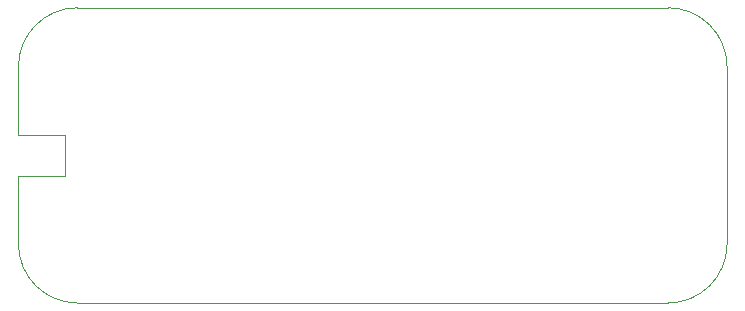
<source format=gko>
G04*
G04 #@! TF.GenerationSoftware,Altium Limited,Altium Designer,21.4.1 (30)*
G04*
G04 Layer_Color=16711935*
%FSLAX25Y25*%
%MOIN*%
G70*
G04*
G04 #@! TF.SameCoordinates,3DD515BA-ABF8-41DF-8C9C-53FC49308A7C*
G04*
G04*
G04 #@! TF.FilePolarity,Positive*
G04*
G01*
G75*
%ADD10C,0.00394*%
%ADD21C,0.00402*%
D10*
X-20Y56063D02*
X-0Y78740D01*
X-20Y42362D02*
X15374D01*
X-20Y56063D02*
X15374D01*
Y42362D02*
Y56063D01*
D21*
X19685Y98425D02*
G03*
X-0Y78740I0J-19685D01*
G01*
X236221D02*
G03*
X216535Y98425I-19685J0D01*
G01*
Y0D02*
G03*
X236221Y19685I0J19685D01*
G01*
X-0D02*
G03*
X19685Y0I19685J0D01*
G01*
Y98425D02*
X216535D01*
X236221Y19685D02*
Y78740D01*
X19685Y-0D02*
X216535Y-0D01*
X-0Y19685D02*
Y42362D01*
M02*

</source>
